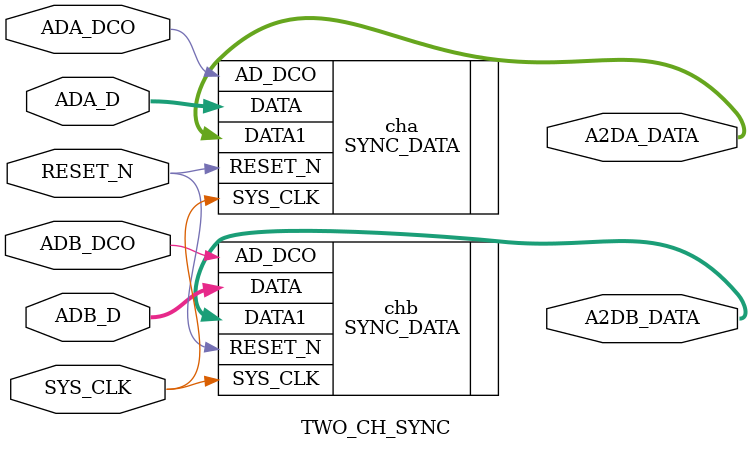
<source format=v>
module TWO_CH_SYNC (
 
	input ADA_DCO, 
	input ADB_DCO, 
	input SYS_CLK, 
	input RESET_N,
	input [13:0] ADA_D,
	input [13:0] ADB_D,
 
	output [13:0] A2DA_DATA,
	output [13:0] A2DB_DATA
 
	); 
 
//---analog to digital converter capture and sync Channel A
	SYNC_DATA cha (

		.AD_DCO  (ADA_DCO), 
		.SYS_CLK (SYS_CLK), 
		.RESET_N (RESET_N),
		.DATA    (ADA_D), 
		.DATA1   (A2DA_DATA)
  
	);

//---analog to digital converter capture and syncChannel B
	SYNC_DATA chb (

		.AD_DCO  (ADB_DCO), 
		.SYS_CLK (SYS_CLK), 
		.RESET_N (RESET_N),
		.DATA    (ADB_D), 
		.DATA1   (A2DB_DATA)
  
	);

endmodule 
</source>
